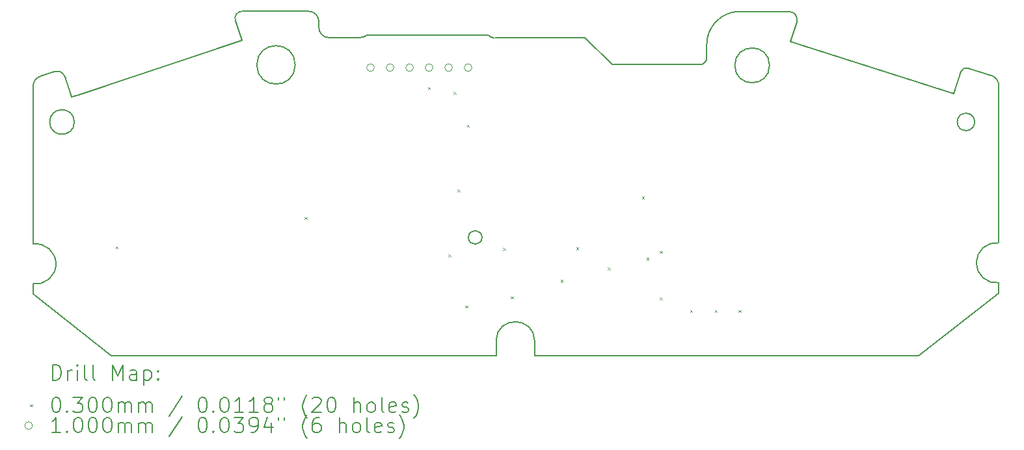
<source format=gbr>
%TF.GenerationSoftware,KiCad,Pcbnew,8.0.9*%
%TF.CreationDate,2025-09-16T20:49:37+09:00*%
%TF.ProjectId,usb_sfc_pad,7573625f-7366-4635-9f70-61642e6b6963,rev?*%
%TF.SameCoordinates,Original*%
%TF.FileFunction,Drillmap*%
%TF.FilePolarity,Positive*%
%FSLAX45Y45*%
G04 Gerber Fmt 4.5, Leading zero omitted, Abs format (unit mm)*
G04 Created by KiCad (PCBNEW 8.0.9) date 2025-09-16 20:49:37*
%MOMM*%
%LPD*%
G01*
G04 APERTURE LIST*
%ADD10C,0.200000*%
%ADD11C,0.050000*%
%ADD12C,0.100000*%
G04 APERTURE END LIST*
D10*
X15166155Y-12552955D02*
G75*
G02*
X15666787Y-12558575I250275J-6465D01*
G01*
X13392241Y-8609462D02*
X12992122Y-8609462D01*
X21708663Y-11801257D02*
G75*
G02*
X21708662Y-11282103I-31583J259577D01*
G01*
X12956271Y-12747936D02*
X14856271Y-12747936D01*
X17907513Y-8870472D02*
G75*
G02*
X17816331Y-8961653I-91183J2D01*
G01*
X17816331Y-8961654D02*
X16674113Y-8961654D01*
X18978236Y-8269557D02*
X18338130Y-8269557D01*
X17907513Y-8700174D02*
G75*
G02*
X18338130Y-8269553I430617J4D01*
G01*
X13489798Y-8574752D02*
G75*
G02*
X13392241Y-8609461I-97558J119752D01*
G01*
X9142289Y-11813560D02*
X9142289Y-11944802D01*
X9421554Y-9052068D02*
X9231940Y-9114902D01*
X12992122Y-8609462D02*
G75*
G02*
X12859578Y-8476923I-2J132542D01*
G01*
X12859583Y-8476923D02*
X12859583Y-8398885D01*
X9142289Y-11297846D02*
G75*
G02*
X9142289Y-11813560I36020J-257857D01*
G01*
X21216225Y-9052481D02*
X21125553Y-9337870D01*
X9737625Y-9353309D02*
X9642500Y-9385000D01*
X11773121Y-8389529D02*
G75*
G02*
X11861629Y-8266892I88509J29379D01*
G01*
X18724928Y-8971095D02*
G75*
G02*
X18272108Y-8971095I-226410J0D01*
G01*
X18272108Y-8971095D02*
G75*
G02*
X18724928Y-8971095I226410J0D01*
G01*
X11773121Y-8389529D02*
X11859256Y-8648994D01*
X21708663Y-11940487D02*
X21708663Y-11801257D01*
X15666791Y-12558575D02*
X15666791Y-12747936D01*
X21393964Y-9707707D02*
G75*
G02*
X21167544Y-9707707I-113210J0D01*
G01*
X21167544Y-9707707D02*
G75*
G02*
X21393964Y-9707707I113210J0D01*
G01*
X14982698Y-11211638D02*
G75*
G02*
X14806068Y-11211638I-88315J0D01*
G01*
X14806068Y-11211638D02*
G75*
G02*
X14982698Y-11211638I88315J0D01*
G01*
X9421554Y-9052068D02*
G75*
G02*
X9554031Y-9118512I33016J-99462D01*
G01*
X9676283Y-9708732D02*
G75*
G02*
X9356283Y-9708732I-160000J0D01*
G01*
X9356283Y-9708732D02*
G75*
G02*
X9676283Y-9708732I160000J0D01*
G01*
X9142289Y-9239125D02*
G75*
G02*
X9231941Y-9114905I130891J-5D01*
G01*
X21216225Y-9052481D02*
G75*
G02*
X21305850Y-9005853I68215J-21669D01*
G01*
X16321176Y-8614729D02*
X15150646Y-8614729D01*
X12551631Y-8964978D02*
G75*
G02*
X12051631Y-8964978I-250000J0D01*
G01*
X12051631Y-8964978D02*
G75*
G02*
X12551631Y-8964978I250000J0D01*
G01*
X15666791Y-12747936D02*
X20666039Y-12747936D01*
X9142289Y-11944802D02*
X10156271Y-12747936D01*
X21708663Y-11282092D02*
X21708663Y-9239664D01*
X15130040Y-8612264D02*
G75*
G02*
X15059998Y-8575002I21250J124404D01*
G01*
X18996614Y-8661480D02*
X19077864Y-8405745D01*
D11*
X15130040Y-8612264D02*
X15150646Y-8614729D01*
D10*
X17907513Y-8700174D02*
X17907513Y-8870472D01*
X16674113Y-8961654D02*
X16321176Y-8614729D01*
X9142289Y-9239125D02*
X9142289Y-11297846D01*
X14856271Y-12747936D02*
X15166155Y-12747936D01*
X15166155Y-12747936D02*
X15166155Y-12552955D01*
X21125553Y-9337870D02*
X18996614Y-8661480D01*
X15060000Y-8575000D02*
X13489798Y-8574752D01*
X11456271Y-12747936D02*
X12956271Y-12747936D01*
X12727589Y-8266890D02*
X11861629Y-8266890D01*
X21606014Y-9099921D02*
G75*
G02*
X21708661Y-9239664I-43794J-139739D01*
G01*
X9642500Y-9385000D02*
X9554034Y-9118511D01*
X10156271Y-12747936D02*
X11456271Y-12747936D01*
X18978237Y-8269557D02*
G75*
G02*
X19077865Y-8405745I3J-104533D01*
G01*
X21606014Y-9099921D02*
X21305851Y-9005851D01*
X12727589Y-8266890D02*
G75*
G02*
X12859580Y-8398885I1J-131990D01*
G01*
X11859256Y-8648994D02*
X9737625Y-9353309D01*
X20666039Y-12747936D02*
X21708663Y-11940487D01*
D12*
X10215000Y-11325000D02*
X10245000Y-11355000D01*
X10245000Y-11325000D02*
X10215000Y-11355000D01*
X12675000Y-10945000D02*
X12705000Y-10975000D01*
X12705000Y-10945000D02*
X12675000Y-10975000D01*
X14279000Y-9251000D02*
X14309000Y-9281000D01*
X14309000Y-9251000D02*
X14279000Y-9281000D01*
X14545000Y-11435000D02*
X14575000Y-11465000D01*
X14575000Y-11435000D02*
X14545000Y-11465000D01*
X14615000Y-9315000D02*
X14645000Y-9345000D01*
X14645000Y-9315000D02*
X14615000Y-9345000D01*
X14665000Y-10585000D02*
X14695000Y-10615000D01*
X14695000Y-10585000D02*
X14665000Y-10615000D01*
X14765000Y-12097500D02*
X14795000Y-12127500D01*
X14795000Y-12097500D02*
X14765000Y-12127500D01*
X14785000Y-9745000D02*
X14815000Y-9775000D01*
X14815000Y-9745000D02*
X14785000Y-9775000D01*
X15255000Y-11346029D02*
X15285000Y-11376029D01*
X15285000Y-11346029D02*
X15255000Y-11376029D01*
X15357500Y-11977500D02*
X15387500Y-12007500D01*
X15387500Y-11977500D02*
X15357500Y-12007500D01*
X16005000Y-11765000D02*
X16035000Y-11795000D01*
X16035000Y-11765000D02*
X16005000Y-11795000D01*
X16210000Y-11340000D02*
X16240000Y-11370000D01*
X16240000Y-11340000D02*
X16210000Y-11370000D01*
X16620000Y-11600000D02*
X16650000Y-11630000D01*
X16650000Y-11600000D02*
X16620000Y-11630000D01*
X17062500Y-10677500D02*
X17092500Y-10707500D01*
X17092500Y-10677500D02*
X17062500Y-10707500D01*
X17125000Y-11475000D02*
X17155000Y-11505000D01*
X17155000Y-11475000D02*
X17125000Y-11505000D01*
X17295000Y-11992500D02*
X17325000Y-12022500D01*
X17325000Y-11992500D02*
X17295000Y-12022500D01*
X17297500Y-11385000D02*
X17327500Y-11415000D01*
X17327500Y-11385000D02*
X17297500Y-11415000D01*
X17692500Y-12157500D02*
X17722500Y-12187500D01*
X17722500Y-12157500D02*
X17692500Y-12187500D01*
X18012500Y-12157500D02*
X18042500Y-12187500D01*
X18042500Y-12157500D02*
X18012500Y-12187500D01*
X18322500Y-12157500D02*
X18352500Y-12187500D01*
X18352500Y-12157500D02*
X18322500Y-12187500D01*
X13582000Y-9000000D02*
G75*
G02*
X13482000Y-9000000I-50000J0D01*
G01*
X13482000Y-9000000D02*
G75*
G02*
X13582000Y-9000000I50000J0D01*
G01*
X13836000Y-9000000D02*
G75*
G02*
X13736000Y-9000000I-50000J0D01*
G01*
X13736000Y-9000000D02*
G75*
G02*
X13836000Y-9000000I50000J0D01*
G01*
X14090000Y-9000000D02*
G75*
G02*
X13990000Y-9000000I-50000J0D01*
G01*
X13990000Y-9000000D02*
G75*
G02*
X14090000Y-9000000I50000J0D01*
G01*
X14344000Y-9000000D02*
G75*
G02*
X14244000Y-9000000I-50000J0D01*
G01*
X14244000Y-9000000D02*
G75*
G02*
X14344000Y-9000000I50000J0D01*
G01*
X14598000Y-9000000D02*
G75*
G02*
X14498000Y-9000000I-50000J0D01*
G01*
X14498000Y-9000000D02*
G75*
G02*
X14598000Y-9000000I50000J0D01*
G01*
X14852000Y-9000000D02*
G75*
G02*
X14752000Y-9000000I-50000J0D01*
G01*
X14752000Y-9000000D02*
G75*
G02*
X14852000Y-9000000I50000J0D01*
G01*
D10*
X9393066Y-13069420D02*
X9393066Y-12869420D01*
X9393066Y-12869420D02*
X9440685Y-12869420D01*
X9440685Y-12869420D02*
X9469256Y-12878944D01*
X9469256Y-12878944D02*
X9488304Y-12897991D01*
X9488304Y-12897991D02*
X9497828Y-12917039D01*
X9497828Y-12917039D02*
X9507352Y-12955134D01*
X9507352Y-12955134D02*
X9507352Y-12983705D01*
X9507352Y-12983705D02*
X9497828Y-13021801D01*
X9497828Y-13021801D02*
X9488304Y-13040848D01*
X9488304Y-13040848D02*
X9469256Y-13059896D01*
X9469256Y-13059896D02*
X9440685Y-13069420D01*
X9440685Y-13069420D02*
X9393066Y-13069420D01*
X9593066Y-13069420D02*
X9593066Y-12936086D01*
X9593066Y-12974182D02*
X9602590Y-12955134D01*
X9602590Y-12955134D02*
X9612113Y-12945610D01*
X9612113Y-12945610D02*
X9631161Y-12936086D01*
X9631161Y-12936086D02*
X9650209Y-12936086D01*
X9716875Y-13069420D02*
X9716875Y-12936086D01*
X9716875Y-12869420D02*
X9707352Y-12878944D01*
X9707352Y-12878944D02*
X9716875Y-12888467D01*
X9716875Y-12888467D02*
X9726399Y-12878944D01*
X9726399Y-12878944D02*
X9716875Y-12869420D01*
X9716875Y-12869420D02*
X9716875Y-12888467D01*
X9840685Y-13069420D02*
X9821637Y-13059896D01*
X9821637Y-13059896D02*
X9812113Y-13040848D01*
X9812113Y-13040848D02*
X9812113Y-12869420D01*
X9945447Y-13069420D02*
X9926399Y-13059896D01*
X9926399Y-13059896D02*
X9916875Y-13040848D01*
X9916875Y-13040848D02*
X9916875Y-12869420D01*
X10174018Y-13069420D02*
X10174018Y-12869420D01*
X10174018Y-12869420D02*
X10240685Y-13012277D01*
X10240685Y-13012277D02*
X10307352Y-12869420D01*
X10307352Y-12869420D02*
X10307352Y-13069420D01*
X10488304Y-13069420D02*
X10488304Y-12964658D01*
X10488304Y-12964658D02*
X10478780Y-12945610D01*
X10478780Y-12945610D02*
X10459733Y-12936086D01*
X10459733Y-12936086D02*
X10421637Y-12936086D01*
X10421637Y-12936086D02*
X10402590Y-12945610D01*
X10488304Y-13059896D02*
X10469256Y-13069420D01*
X10469256Y-13069420D02*
X10421637Y-13069420D01*
X10421637Y-13069420D02*
X10402590Y-13059896D01*
X10402590Y-13059896D02*
X10393066Y-13040848D01*
X10393066Y-13040848D02*
X10393066Y-13021801D01*
X10393066Y-13021801D02*
X10402590Y-13002753D01*
X10402590Y-13002753D02*
X10421637Y-12993229D01*
X10421637Y-12993229D02*
X10469256Y-12993229D01*
X10469256Y-12993229D02*
X10488304Y-12983705D01*
X10583542Y-12936086D02*
X10583542Y-13136086D01*
X10583542Y-12945610D02*
X10602590Y-12936086D01*
X10602590Y-12936086D02*
X10640685Y-12936086D01*
X10640685Y-12936086D02*
X10659733Y-12945610D01*
X10659733Y-12945610D02*
X10669256Y-12955134D01*
X10669256Y-12955134D02*
X10678780Y-12974182D01*
X10678780Y-12974182D02*
X10678780Y-13031324D01*
X10678780Y-13031324D02*
X10669256Y-13050372D01*
X10669256Y-13050372D02*
X10659733Y-13059896D01*
X10659733Y-13059896D02*
X10640685Y-13069420D01*
X10640685Y-13069420D02*
X10602590Y-13069420D01*
X10602590Y-13069420D02*
X10583542Y-13059896D01*
X10764494Y-13050372D02*
X10774018Y-13059896D01*
X10774018Y-13059896D02*
X10764494Y-13069420D01*
X10764494Y-13069420D02*
X10754971Y-13059896D01*
X10754971Y-13059896D02*
X10764494Y-13050372D01*
X10764494Y-13050372D02*
X10764494Y-13069420D01*
X10764494Y-12945610D02*
X10774018Y-12955134D01*
X10774018Y-12955134D02*
X10764494Y-12964658D01*
X10764494Y-12964658D02*
X10754971Y-12955134D01*
X10754971Y-12955134D02*
X10764494Y-12945610D01*
X10764494Y-12945610D02*
X10764494Y-12964658D01*
D12*
X9102289Y-13382936D02*
X9132289Y-13412936D01*
X9132289Y-13382936D02*
X9102289Y-13412936D01*
D10*
X9431161Y-13289420D02*
X9450209Y-13289420D01*
X9450209Y-13289420D02*
X9469256Y-13298944D01*
X9469256Y-13298944D02*
X9478780Y-13308467D01*
X9478780Y-13308467D02*
X9488304Y-13327515D01*
X9488304Y-13327515D02*
X9497828Y-13365610D01*
X9497828Y-13365610D02*
X9497828Y-13413229D01*
X9497828Y-13413229D02*
X9488304Y-13451324D01*
X9488304Y-13451324D02*
X9478780Y-13470372D01*
X9478780Y-13470372D02*
X9469256Y-13479896D01*
X9469256Y-13479896D02*
X9450209Y-13489420D01*
X9450209Y-13489420D02*
X9431161Y-13489420D01*
X9431161Y-13489420D02*
X9412113Y-13479896D01*
X9412113Y-13479896D02*
X9402590Y-13470372D01*
X9402590Y-13470372D02*
X9393066Y-13451324D01*
X9393066Y-13451324D02*
X9383542Y-13413229D01*
X9383542Y-13413229D02*
X9383542Y-13365610D01*
X9383542Y-13365610D02*
X9393066Y-13327515D01*
X9393066Y-13327515D02*
X9402590Y-13308467D01*
X9402590Y-13308467D02*
X9412113Y-13298944D01*
X9412113Y-13298944D02*
X9431161Y-13289420D01*
X9583542Y-13470372D02*
X9593066Y-13479896D01*
X9593066Y-13479896D02*
X9583542Y-13489420D01*
X9583542Y-13489420D02*
X9574018Y-13479896D01*
X9574018Y-13479896D02*
X9583542Y-13470372D01*
X9583542Y-13470372D02*
X9583542Y-13489420D01*
X9659733Y-13289420D02*
X9783542Y-13289420D01*
X9783542Y-13289420D02*
X9716875Y-13365610D01*
X9716875Y-13365610D02*
X9745447Y-13365610D01*
X9745447Y-13365610D02*
X9764494Y-13375134D01*
X9764494Y-13375134D02*
X9774018Y-13384658D01*
X9774018Y-13384658D02*
X9783542Y-13403705D01*
X9783542Y-13403705D02*
X9783542Y-13451324D01*
X9783542Y-13451324D02*
X9774018Y-13470372D01*
X9774018Y-13470372D02*
X9764494Y-13479896D01*
X9764494Y-13479896D02*
X9745447Y-13489420D01*
X9745447Y-13489420D02*
X9688304Y-13489420D01*
X9688304Y-13489420D02*
X9669256Y-13479896D01*
X9669256Y-13479896D02*
X9659733Y-13470372D01*
X9907352Y-13289420D02*
X9926399Y-13289420D01*
X9926399Y-13289420D02*
X9945447Y-13298944D01*
X9945447Y-13298944D02*
X9954971Y-13308467D01*
X9954971Y-13308467D02*
X9964494Y-13327515D01*
X9964494Y-13327515D02*
X9974018Y-13365610D01*
X9974018Y-13365610D02*
X9974018Y-13413229D01*
X9974018Y-13413229D02*
X9964494Y-13451324D01*
X9964494Y-13451324D02*
X9954971Y-13470372D01*
X9954971Y-13470372D02*
X9945447Y-13479896D01*
X9945447Y-13479896D02*
X9926399Y-13489420D01*
X9926399Y-13489420D02*
X9907352Y-13489420D01*
X9907352Y-13489420D02*
X9888304Y-13479896D01*
X9888304Y-13479896D02*
X9878780Y-13470372D01*
X9878780Y-13470372D02*
X9869256Y-13451324D01*
X9869256Y-13451324D02*
X9859733Y-13413229D01*
X9859733Y-13413229D02*
X9859733Y-13365610D01*
X9859733Y-13365610D02*
X9869256Y-13327515D01*
X9869256Y-13327515D02*
X9878780Y-13308467D01*
X9878780Y-13308467D02*
X9888304Y-13298944D01*
X9888304Y-13298944D02*
X9907352Y-13289420D01*
X10097828Y-13289420D02*
X10116875Y-13289420D01*
X10116875Y-13289420D02*
X10135923Y-13298944D01*
X10135923Y-13298944D02*
X10145447Y-13308467D01*
X10145447Y-13308467D02*
X10154971Y-13327515D01*
X10154971Y-13327515D02*
X10164494Y-13365610D01*
X10164494Y-13365610D02*
X10164494Y-13413229D01*
X10164494Y-13413229D02*
X10154971Y-13451324D01*
X10154971Y-13451324D02*
X10145447Y-13470372D01*
X10145447Y-13470372D02*
X10135923Y-13479896D01*
X10135923Y-13479896D02*
X10116875Y-13489420D01*
X10116875Y-13489420D02*
X10097828Y-13489420D01*
X10097828Y-13489420D02*
X10078780Y-13479896D01*
X10078780Y-13479896D02*
X10069256Y-13470372D01*
X10069256Y-13470372D02*
X10059733Y-13451324D01*
X10059733Y-13451324D02*
X10050209Y-13413229D01*
X10050209Y-13413229D02*
X10050209Y-13365610D01*
X10050209Y-13365610D02*
X10059733Y-13327515D01*
X10059733Y-13327515D02*
X10069256Y-13308467D01*
X10069256Y-13308467D02*
X10078780Y-13298944D01*
X10078780Y-13298944D02*
X10097828Y-13289420D01*
X10250209Y-13489420D02*
X10250209Y-13356086D01*
X10250209Y-13375134D02*
X10259733Y-13365610D01*
X10259733Y-13365610D02*
X10278780Y-13356086D01*
X10278780Y-13356086D02*
X10307352Y-13356086D01*
X10307352Y-13356086D02*
X10326399Y-13365610D01*
X10326399Y-13365610D02*
X10335923Y-13384658D01*
X10335923Y-13384658D02*
X10335923Y-13489420D01*
X10335923Y-13384658D02*
X10345447Y-13365610D01*
X10345447Y-13365610D02*
X10364494Y-13356086D01*
X10364494Y-13356086D02*
X10393066Y-13356086D01*
X10393066Y-13356086D02*
X10412114Y-13365610D01*
X10412114Y-13365610D02*
X10421637Y-13384658D01*
X10421637Y-13384658D02*
X10421637Y-13489420D01*
X10516875Y-13489420D02*
X10516875Y-13356086D01*
X10516875Y-13375134D02*
X10526399Y-13365610D01*
X10526399Y-13365610D02*
X10545447Y-13356086D01*
X10545447Y-13356086D02*
X10574018Y-13356086D01*
X10574018Y-13356086D02*
X10593066Y-13365610D01*
X10593066Y-13365610D02*
X10602590Y-13384658D01*
X10602590Y-13384658D02*
X10602590Y-13489420D01*
X10602590Y-13384658D02*
X10612114Y-13365610D01*
X10612114Y-13365610D02*
X10631161Y-13356086D01*
X10631161Y-13356086D02*
X10659733Y-13356086D01*
X10659733Y-13356086D02*
X10678780Y-13365610D01*
X10678780Y-13365610D02*
X10688304Y-13384658D01*
X10688304Y-13384658D02*
X10688304Y-13489420D01*
X11078780Y-13279896D02*
X10907352Y-13537039D01*
X11335923Y-13289420D02*
X11354971Y-13289420D01*
X11354971Y-13289420D02*
X11374018Y-13298944D01*
X11374018Y-13298944D02*
X11383542Y-13308467D01*
X11383542Y-13308467D02*
X11393066Y-13327515D01*
X11393066Y-13327515D02*
X11402590Y-13365610D01*
X11402590Y-13365610D02*
X11402590Y-13413229D01*
X11402590Y-13413229D02*
X11393066Y-13451324D01*
X11393066Y-13451324D02*
X11383542Y-13470372D01*
X11383542Y-13470372D02*
X11374018Y-13479896D01*
X11374018Y-13479896D02*
X11354971Y-13489420D01*
X11354971Y-13489420D02*
X11335923Y-13489420D01*
X11335923Y-13489420D02*
X11316875Y-13479896D01*
X11316875Y-13479896D02*
X11307352Y-13470372D01*
X11307352Y-13470372D02*
X11297828Y-13451324D01*
X11297828Y-13451324D02*
X11288304Y-13413229D01*
X11288304Y-13413229D02*
X11288304Y-13365610D01*
X11288304Y-13365610D02*
X11297828Y-13327515D01*
X11297828Y-13327515D02*
X11307352Y-13308467D01*
X11307352Y-13308467D02*
X11316875Y-13298944D01*
X11316875Y-13298944D02*
X11335923Y-13289420D01*
X11488304Y-13470372D02*
X11497828Y-13479896D01*
X11497828Y-13479896D02*
X11488304Y-13489420D01*
X11488304Y-13489420D02*
X11478780Y-13479896D01*
X11478780Y-13479896D02*
X11488304Y-13470372D01*
X11488304Y-13470372D02*
X11488304Y-13489420D01*
X11621637Y-13289420D02*
X11640685Y-13289420D01*
X11640685Y-13289420D02*
X11659733Y-13298944D01*
X11659733Y-13298944D02*
X11669256Y-13308467D01*
X11669256Y-13308467D02*
X11678780Y-13327515D01*
X11678780Y-13327515D02*
X11688304Y-13365610D01*
X11688304Y-13365610D02*
X11688304Y-13413229D01*
X11688304Y-13413229D02*
X11678780Y-13451324D01*
X11678780Y-13451324D02*
X11669256Y-13470372D01*
X11669256Y-13470372D02*
X11659733Y-13479896D01*
X11659733Y-13479896D02*
X11640685Y-13489420D01*
X11640685Y-13489420D02*
X11621637Y-13489420D01*
X11621637Y-13489420D02*
X11602590Y-13479896D01*
X11602590Y-13479896D02*
X11593066Y-13470372D01*
X11593066Y-13470372D02*
X11583542Y-13451324D01*
X11583542Y-13451324D02*
X11574018Y-13413229D01*
X11574018Y-13413229D02*
X11574018Y-13365610D01*
X11574018Y-13365610D02*
X11583542Y-13327515D01*
X11583542Y-13327515D02*
X11593066Y-13308467D01*
X11593066Y-13308467D02*
X11602590Y-13298944D01*
X11602590Y-13298944D02*
X11621637Y-13289420D01*
X11878780Y-13489420D02*
X11764495Y-13489420D01*
X11821637Y-13489420D02*
X11821637Y-13289420D01*
X11821637Y-13289420D02*
X11802590Y-13317991D01*
X11802590Y-13317991D02*
X11783542Y-13337039D01*
X11783542Y-13337039D02*
X11764495Y-13346563D01*
X12069256Y-13489420D02*
X11954971Y-13489420D01*
X12012114Y-13489420D02*
X12012114Y-13289420D01*
X12012114Y-13289420D02*
X11993066Y-13317991D01*
X11993066Y-13317991D02*
X11974018Y-13337039D01*
X11974018Y-13337039D02*
X11954971Y-13346563D01*
X12183542Y-13375134D02*
X12164495Y-13365610D01*
X12164495Y-13365610D02*
X12154971Y-13356086D01*
X12154971Y-13356086D02*
X12145447Y-13337039D01*
X12145447Y-13337039D02*
X12145447Y-13327515D01*
X12145447Y-13327515D02*
X12154971Y-13308467D01*
X12154971Y-13308467D02*
X12164495Y-13298944D01*
X12164495Y-13298944D02*
X12183542Y-13289420D01*
X12183542Y-13289420D02*
X12221637Y-13289420D01*
X12221637Y-13289420D02*
X12240685Y-13298944D01*
X12240685Y-13298944D02*
X12250209Y-13308467D01*
X12250209Y-13308467D02*
X12259733Y-13327515D01*
X12259733Y-13327515D02*
X12259733Y-13337039D01*
X12259733Y-13337039D02*
X12250209Y-13356086D01*
X12250209Y-13356086D02*
X12240685Y-13365610D01*
X12240685Y-13365610D02*
X12221637Y-13375134D01*
X12221637Y-13375134D02*
X12183542Y-13375134D01*
X12183542Y-13375134D02*
X12164495Y-13384658D01*
X12164495Y-13384658D02*
X12154971Y-13394182D01*
X12154971Y-13394182D02*
X12145447Y-13413229D01*
X12145447Y-13413229D02*
X12145447Y-13451324D01*
X12145447Y-13451324D02*
X12154971Y-13470372D01*
X12154971Y-13470372D02*
X12164495Y-13479896D01*
X12164495Y-13479896D02*
X12183542Y-13489420D01*
X12183542Y-13489420D02*
X12221637Y-13489420D01*
X12221637Y-13489420D02*
X12240685Y-13479896D01*
X12240685Y-13479896D02*
X12250209Y-13470372D01*
X12250209Y-13470372D02*
X12259733Y-13451324D01*
X12259733Y-13451324D02*
X12259733Y-13413229D01*
X12259733Y-13413229D02*
X12250209Y-13394182D01*
X12250209Y-13394182D02*
X12240685Y-13384658D01*
X12240685Y-13384658D02*
X12221637Y-13375134D01*
X12335923Y-13289420D02*
X12335923Y-13327515D01*
X12412114Y-13289420D02*
X12412114Y-13327515D01*
X12707352Y-13565610D02*
X12697828Y-13556086D01*
X12697828Y-13556086D02*
X12678780Y-13527515D01*
X12678780Y-13527515D02*
X12669257Y-13508467D01*
X12669257Y-13508467D02*
X12659733Y-13479896D01*
X12659733Y-13479896D02*
X12650209Y-13432277D01*
X12650209Y-13432277D02*
X12650209Y-13394182D01*
X12650209Y-13394182D02*
X12659733Y-13346563D01*
X12659733Y-13346563D02*
X12669257Y-13317991D01*
X12669257Y-13317991D02*
X12678780Y-13298944D01*
X12678780Y-13298944D02*
X12697828Y-13270372D01*
X12697828Y-13270372D02*
X12707352Y-13260848D01*
X12774018Y-13308467D02*
X12783542Y-13298944D01*
X12783542Y-13298944D02*
X12802590Y-13289420D01*
X12802590Y-13289420D02*
X12850209Y-13289420D01*
X12850209Y-13289420D02*
X12869257Y-13298944D01*
X12869257Y-13298944D02*
X12878780Y-13308467D01*
X12878780Y-13308467D02*
X12888304Y-13327515D01*
X12888304Y-13327515D02*
X12888304Y-13346563D01*
X12888304Y-13346563D02*
X12878780Y-13375134D01*
X12878780Y-13375134D02*
X12764495Y-13489420D01*
X12764495Y-13489420D02*
X12888304Y-13489420D01*
X13012114Y-13289420D02*
X13031161Y-13289420D01*
X13031161Y-13289420D02*
X13050209Y-13298944D01*
X13050209Y-13298944D02*
X13059733Y-13308467D01*
X13059733Y-13308467D02*
X13069257Y-13327515D01*
X13069257Y-13327515D02*
X13078780Y-13365610D01*
X13078780Y-13365610D02*
X13078780Y-13413229D01*
X13078780Y-13413229D02*
X13069257Y-13451324D01*
X13069257Y-13451324D02*
X13059733Y-13470372D01*
X13059733Y-13470372D02*
X13050209Y-13479896D01*
X13050209Y-13479896D02*
X13031161Y-13489420D01*
X13031161Y-13489420D02*
X13012114Y-13489420D01*
X13012114Y-13489420D02*
X12993066Y-13479896D01*
X12993066Y-13479896D02*
X12983542Y-13470372D01*
X12983542Y-13470372D02*
X12974018Y-13451324D01*
X12974018Y-13451324D02*
X12964495Y-13413229D01*
X12964495Y-13413229D02*
X12964495Y-13365610D01*
X12964495Y-13365610D02*
X12974018Y-13327515D01*
X12974018Y-13327515D02*
X12983542Y-13308467D01*
X12983542Y-13308467D02*
X12993066Y-13298944D01*
X12993066Y-13298944D02*
X13012114Y-13289420D01*
X13316876Y-13489420D02*
X13316876Y-13289420D01*
X13402590Y-13489420D02*
X13402590Y-13384658D01*
X13402590Y-13384658D02*
X13393066Y-13365610D01*
X13393066Y-13365610D02*
X13374019Y-13356086D01*
X13374019Y-13356086D02*
X13345447Y-13356086D01*
X13345447Y-13356086D02*
X13326399Y-13365610D01*
X13326399Y-13365610D02*
X13316876Y-13375134D01*
X13526399Y-13489420D02*
X13507352Y-13479896D01*
X13507352Y-13479896D02*
X13497828Y-13470372D01*
X13497828Y-13470372D02*
X13488304Y-13451324D01*
X13488304Y-13451324D02*
X13488304Y-13394182D01*
X13488304Y-13394182D02*
X13497828Y-13375134D01*
X13497828Y-13375134D02*
X13507352Y-13365610D01*
X13507352Y-13365610D02*
X13526399Y-13356086D01*
X13526399Y-13356086D02*
X13554971Y-13356086D01*
X13554971Y-13356086D02*
X13574019Y-13365610D01*
X13574019Y-13365610D02*
X13583542Y-13375134D01*
X13583542Y-13375134D02*
X13593066Y-13394182D01*
X13593066Y-13394182D02*
X13593066Y-13451324D01*
X13593066Y-13451324D02*
X13583542Y-13470372D01*
X13583542Y-13470372D02*
X13574019Y-13479896D01*
X13574019Y-13479896D02*
X13554971Y-13489420D01*
X13554971Y-13489420D02*
X13526399Y-13489420D01*
X13707352Y-13489420D02*
X13688304Y-13479896D01*
X13688304Y-13479896D02*
X13678780Y-13460848D01*
X13678780Y-13460848D02*
X13678780Y-13289420D01*
X13859733Y-13479896D02*
X13840685Y-13489420D01*
X13840685Y-13489420D02*
X13802590Y-13489420D01*
X13802590Y-13489420D02*
X13783542Y-13479896D01*
X13783542Y-13479896D02*
X13774019Y-13460848D01*
X13774019Y-13460848D02*
X13774019Y-13384658D01*
X13774019Y-13384658D02*
X13783542Y-13365610D01*
X13783542Y-13365610D02*
X13802590Y-13356086D01*
X13802590Y-13356086D02*
X13840685Y-13356086D01*
X13840685Y-13356086D02*
X13859733Y-13365610D01*
X13859733Y-13365610D02*
X13869257Y-13384658D01*
X13869257Y-13384658D02*
X13869257Y-13403705D01*
X13869257Y-13403705D02*
X13774019Y-13422753D01*
X13945447Y-13479896D02*
X13964495Y-13489420D01*
X13964495Y-13489420D02*
X14002590Y-13489420D01*
X14002590Y-13489420D02*
X14021638Y-13479896D01*
X14021638Y-13479896D02*
X14031161Y-13460848D01*
X14031161Y-13460848D02*
X14031161Y-13451324D01*
X14031161Y-13451324D02*
X14021638Y-13432277D01*
X14021638Y-13432277D02*
X14002590Y-13422753D01*
X14002590Y-13422753D02*
X13974019Y-13422753D01*
X13974019Y-13422753D02*
X13954971Y-13413229D01*
X13954971Y-13413229D02*
X13945447Y-13394182D01*
X13945447Y-13394182D02*
X13945447Y-13384658D01*
X13945447Y-13384658D02*
X13954971Y-13365610D01*
X13954971Y-13365610D02*
X13974019Y-13356086D01*
X13974019Y-13356086D02*
X14002590Y-13356086D01*
X14002590Y-13356086D02*
X14021638Y-13365610D01*
X14097828Y-13565610D02*
X14107352Y-13556086D01*
X14107352Y-13556086D02*
X14126400Y-13527515D01*
X14126400Y-13527515D02*
X14135923Y-13508467D01*
X14135923Y-13508467D02*
X14145447Y-13479896D01*
X14145447Y-13479896D02*
X14154971Y-13432277D01*
X14154971Y-13432277D02*
X14154971Y-13394182D01*
X14154971Y-13394182D02*
X14145447Y-13346563D01*
X14145447Y-13346563D02*
X14135923Y-13317991D01*
X14135923Y-13317991D02*
X14126400Y-13298944D01*
X14126400Y-13298944D02*
X14107352Y-13270372D01*
X14107352Y-13270372D02*
X14097828Y-13260848D01*
D12*
X9132289Y-13661936D02*
G75*
G02*
X9032289Y-13661936I-50000J0D01*
G01*
X9032289Y-13661936D02*
G75*
G02*
X9132289Y-13661936I50000J0D01*
G01*
D10*
X9497828Y-13753420D02*
X9383542Y-13753420D01*
X9440685Y-13753420D02*
X9440685Y-13553420D01*
X9440685Y-13553420D02*
X9421637Y-13581991D01*
X9421637Y-13581991D02*
X9402590Y-13601039D01*
X9402590Y-13601039D02*
X9383542Y-13610563D01*
X9583542Y-13734372D02*
X9593066Y-13743896D01*
X9593066Y-13743896D02*
X9583542Y-13753420D01*
X9583542Y-13753420D02*
X9574018Y-13743896D01*
X9574018Y-13743896D02*
X9583542Y-13734372D01*
X9583542Y-13734372D02*
X9583542Y-13753420D01*
X9716875Y-13553420D02*
X9735923Y-13553420D01*
X9735923Y-13553420D02*
X9754971Y-13562944D01*
X9754971Y-13562944D02*
X9764494Y-13572467D01*
X9764494Y-13572467D02*
X9774018Y-13591515D01*
X9774018Y-13591515D02*
X9783542Y-13629610D01*
X9783542Y-13629610D02*
X9783542Y-13677229D01*
X9783542Y-13677229D02*
X9774018Y-13715324D01*
X9774018Y-13715324D02*
X9764494Y-13734372D01*
X9764494Y-13734372D02*
X9754971Y-13743896D01*
X9754971Y-13743896D02*
X9735923Y-13753420D01*
X9735923Y-13753420D02*
X9716875Y-13753420D01*
X9716875Y-13753420D02*
X9697828Y-13743896D01*
X9697828Y-13743896D02*
X9688304Y-13734372D01*
X9688304Y-13734372D02*
X9678780Y-13715324D01*
X9678780Y-13715324D02*
X9669256Y-13677229D01*
X9669256Y-13677229D02*
X9669256Y-13629610D01*
X9669256Y-13629610D02*
X9678780Y-13591515D01*
X9678780Y-13591515D02*
X9688304Y-13572467D01*
X9688304Y-13572467D02*
X9697828Y-13562944D01*
X9697828Y-13562944D02*
X9716875Y-13553420D01*
X9907352Y-13553420D02*
X9926399Y-13553420D01*
X9926399Y-13553420D02*
X9945447Y-13562944D01*
X9945447Y-13562944D02*
X9954971Y-13572467D01*
X9954971Y-13572467D02*
X9964494Y-13591515D01*
X9964494Y-13591515D02*
X9974018Y-13629610D01*
X9974018Y-13629610D02*
X9974018Y-13677229D01*
X9974018Y-13677229D02*
X9964494Y-13715324D01*
X9964494Y-13715324D02*
X9954971Y-13734372D01*
X9954971Y-13734372D02*
X9945447Y-13743896D01*
X9945447Y-13743896D02*
X9926399Y-13753420D01*
X9926399Y-13753420D02*
X9907352Y-13753420D01*
X9907352Y-13753420D02*
X9888304Y-13743896D01*
X9888304Y-13743896D02*
X9878780Y-13734372D01*
X9878780Y-13734372D02*
X9869256Y-13715324D01*
X9869256Y-13715324D02*
X9859733Y-13677229D01*
X9859733Y-13677229D02*
X9859733Y-13629610D01*
X9859733Y-13629610D02*
X9869256Y-13591515D01*
X9869256Y-13591515D02*
X9878780Y-13572467D01*
X9878780Y-13572467D02*
X9888304Y-13562944D01*
X9888304Y-13562944D02*
X9907352Y-13553420D01*
X10097828Y-13553420D02*
X10116875Y-13553420D01*
X10116875Y-13553420D02*
X10135923Y-13562944D01*
X10135923Y-13562944D02*
X10145447Y-13572467D01*
X10145447Y-13572467D02*
X10154971Y-13591515D01*
X10154971Y-13591515D02*
X10164494Y-13629610D01*
X10164494Y-13629610D02*
X10164494Y-13677229D01*
X10164494Y-13677229D02*
X10154971Y-13715324D01*
X10154971Y-13715324D02*
X10145447Y-13734372D01*
X10145447Y-13734372D02*
X10135923Y-13743896D01*
X10135923Y-13743896D02*
X10116875Y-13753420D01*
X10116875Y-13753420D02*
X10097828Y-13753420D01*
X10097828Y-13753420D02*
X10078780Y-13743896D01*
X10078780Y-13743896D02*
X10069256Y-13734372D01*
X10069256Y-13734372D02*
X10059733Y-13715324D01*
X10059733Y-13715324D02*
X10050209Y-13677229D01*
X10050209Y-13677229D02*
X10050209Y-13629610D01*
X10050209Y-13629610D02*
X10059733Y-13591515D01*
X10059733Y-13591515D02*
X10069256Y-13572467D01*
X10069256Y-13572467D02*
X10078780Y-13562944D01*
X10078780Y-13562944D02*
X10097828Y-13553420D01*
X10250209Y-13753420D02*
X10250209Y-13620086D01*
X10250209Y-13639134D02*
X10259733Y-13629610D01*
X10259733Y-13629610D02*
X10278780Y-13620086D01*
X10278780Y-13620086D02*
X10307352Y-13620086D01*
X10307352Y-13620086D02*
X10326399Y-13629610D01*
X10326399Y-13629610D02*
X10335923Y-13648658D01*
X10335923Y-13648658D02*
X10335923Y-13753420D01*
X10335923Y-13648658D02*
X10345447Y-13629610D01*
X10345447Y-13629610D02*
X10364494Y-13620086D01*
X10364494Y-13620086D02*
X10393066Y-13620086D01*
X10393066Y-13620086D02*
X10412114Y-13629610D01*
X10412114Y-13629610D02*
X10421637Y-13648658D01*
X10421637Y-13648658D02*
X10421637Y-13753420D01*
X10516875Y-13753420D02*
X10516875Y-13620086D01*
X10516875Y-13639134D02*
X10526399Y-13629610D01*
X10526399Y-13629610D02*
X10545447Y-13620086D01*
X10545447Y-13620086D02*
X10574018Y-13620086D01*
X10574018Y-13620086D02*
X10593066Y-13629610D01*
X10593066Y-13629610D02*
X10602590Y-13648658D01*
X10602590Y-13648658D02*
X10602590Y-13753420D01*
X10602590Y-13648658D02*
X10612114Y-13629610D01*
X10612114Y-13629610D02*
X10631161Y-13620086D01*
X10631161Y-13620086D02*
X10659733Y-13620086D01*
X10659733Y-13620086D02*
X10678780Y-13629610D01*
X10678780Y-13629610D02*
X10688304Y-13648658D01*
X10688304Y-13648658D02*
X10688304Y-13753420D01*
X11078780Y-13543896D02*
X10907352Y-13801039D01*
X11335923Y-13553420D02*
X11354971Y-13553420D01*
X11354971Y-13553420D02*
X11374018Y-13562944D01*
X11374018Y-13562944D02*
X11383542Y-13572467D01*
X11383542Y-13572467D02*
X11393066Y-13591515D01*
X11393066Y-13591515D02*
X11402590Y-13629610D01*
X11402590Y-13629610D02*
X11402590Y-13677229D01*
X11402590Y-13677229D02*
X11393066Y-13715324D01*
X11393066Y-13715324D02*
X11383542Y-13734372D01*
X11383542Y-13734372D02*
X11374018Y-13743896D01*
X11374018Y-13743896D02*
X11354971Y-13753420D01*
X11354971Y-13753420D02*
X11335923Y-13753420D01*
X11335923Y-13753420D02*
X11316875Y-13743896D01*
X11316875Y-13743896D02*
X11307352Y-13734372D01*
X11307352Y-13734372D02*
X11297828Y-13715324D01*
X11297828Y-13715324D02*
X11288304Y-13677229D01*
X11288304Y-13677229D02*
X11288304Y-13629610D01*
X11288304Y-13629610D02*
X11297828Y-13591515D01*
X11297828Y-13591515D02*
X11307352Y-13572467D01*
X11307352Y-13572467D02*
X11316875Y-13562944D01*
X11316875Y-13562944D02*
X11335923Y-13553420D01*
X11488304Y-13734372D02*
X11497828Y-13743896D01*
X11497828Y-13743896D02*
X11488304Y-13753420D01*
X11488304Y-13753420D02*
X11478780Y-13743896D01*
X11478780Y-13743896D02*
X11488304Y-13734372D01*
X11488304Y-13734372D02*
X11488304Y-13753420D01*
X11621637Y-13553420D02*
X11640685Y-13553420D01*
X11640685Y-13553420D02*
X11659733Y-13562944D01*
X11659733Y-13562944D02*
X11669256Y-13572467D01*
X11669256Y-13572467D02*
X11678780Y-13591515D01*
X11678780Y-13591515D02*
X11688304Y-13629610D01*
X11688304Y-13629610D02*
X11688304Y-13677229D01*
X11688304Y-13677229D02*
X11678780Y-13715324D01*
X11678780Y-13715324D02*
X11669256Y-13734372D01*
X11669256Y-13734372D02*
X11659733Y-13743896D01*
X11659733Y-13743896D02*
X11640685Y-13753420D01*
X11640685Y-13753420D02*
X11621637Y-13753420D01*
X11621637Y-13753420D02*
X11602590Y-13743896D01*
X11602590Y-13743896D02*
X11593066Y-13734372D01*
X11593066Y-13734372D02*
X11583542Y-13715324D01*
X11583542Y-13715324D02*
X11574018Y-13677229D01*
X11574018Y-13677229D02*
X11574018Y-13629610D01*
X11574018Y-13629610D02*
X11583542Y-13591515D01*
X11583542Y-13591515D02*
X11593066Y-13572467D01*
X11593066Y-13572467D02*
X11602590Y-13562944D01*
X11602590Y-13562944D02*
X11621637Y-13553420D01*
X11754971Y-13553420D02*
X11878780Y-13553420D01*
X11878780Y-13553420D02*
X11812114Y-13629610D01*
X11812114Y-13629610D02*
X11840685Y-13629610D01*
X11840685Y-13629610D02*
X11859733Y-13639134D01*
X11859733Y-13639134D02*
X11869256Y-13648658D01*
X11869256Y-13648658D02*
X11878780Y-13667705D01*
X11878780Y-13667705D02*
X11878780Y-13715324D01*
X11878780Y-13715324D02*
X11869256Y-13734372D01*
X11869256Y-13734372D02*
X11859733Y-13743896D01*
X11859733Y-13743896D02*
X11840685Y-13753420D01*
X11840685Y-13753420D02*
X11783542Y-13753420D01*
X11783542Y-13753420D02*
X11764495Y-13743896D01*
X11764495Y-13743896D02*
X11754971Y-13734372D01*
X11974018Y-13753420D02*
X12012114Y-13753420D01*
X12012114Y-13753420D02*
X12031161Y-13743896D01*
X12031161Y-13743896D02*
X12040685Y-13734372D01*
X12040685Y-13734372D02*
X12059733Y-13705801D01*
X12059733Y-13705801D02*
X12069256Y-13667705D01*
X12069256Y-13667705D02*
X12069256Y-13591515D01*
X12069256Y-13591515D02*
X12059733Y-13572467D01*
X12059733Y-13572467D02*
X12050209Y-13562944D01*
X12050209Y-13562944D02*
X12031161Y-13553420D01*
X12031161Y-13553420D02*
X11993066Y-13553420D01*
X11993066Y-13553420D02*
X11974018Y-13562944D01*
X11974018Y-13562944D02*
X11964495Y-13572467D01*
X11964495Y-13572467D02*
X11954971Y-13591515D01*
X11954971Y-13591515D02*
X11954971Y-13639134D01*
X11954971Y-13639134D02*
X11964495Y-13658182D01*
X11964495Y-13658182D02*
X11974018Y-13667705D01*
X11974018Y-13667705D02*
X11993066Y-13677229D01*
X11993066Y-13677229D02*
X12031161Y-13677229D01*
X12031161Y-13677229D02*
X12050209Y-13667705D01*
X12050209Y-13667705D02*
X12059733Y-13658182D01*
X12059733Y-13658182D02*
X12069256Y-13639134D01*
X12240685Y-13620086D02*
X12240685Y-13753420D01*
X12193066Y-13543896D02*
X12145447Y-13686753D01*
X12145447Y-13686753D02*
X12269256Y-13686753D01*
X12335923Y-13553420D02*
X12335923Y-13591515D01*
X12412114Y-13553420D02*
X12412114Y-13591515D01*
X12707352Y-13829610D02*
X12697828Y-13820086D01*
X12697828Y-13820086D02*
X12678780Y-13791515D01*
X12678780Y-13791515D02*
X12669257Y-13772467D01*
X12669257Y-13772467D02*
X12659733Y-13743896D01*
X12659733Y-13743896D02*
X12650209Y-13696277D01*
X12650209Y-13696277D02*
X12650209Y-13658182D01*
X12650209Y-13658182D02*
X12659733Y-13610563D01*
X12659733Y-13610563D02*
X12669257Y-13581991D01*
X12669257Y-13581991D02*
X12678780Y-13562944D01*
X12678780Y-13562944D02*
X12697828Y-13534372D01*
X12697828Y-13534372D02*
X12707352Y-13524848D01*
X12869257Y-13553420D02*
X12831161Y-13553420D01*
X12831161Y-13553420D02*
X12812114Y-13562944D01*
X12812114Y-13562944D02*
X12802590Y-13572467D01*
X12802590Y-13572467D02*
X12783542Y-13601039D01*
X12783542Y-13601039D02*
X12774018Y-13639134D01*
X12774018Y-13639134D02*
X12774018Y-13715324D01*
X12774018Y-13715324D02*
X12783542Y-13734372D01*
X12783542Y-13734372D02*
X12793066Y-13743896D01*
X12793066Y-13743896D02*
X12812114Y-13753420D01*
X12812114Y-13753420D02*
X12850209Y-13753420D01*
X12850209Y-13753420D02*
X12869257Y-13743896D01*
X12869257Y-13743896D02*
X12878780Y-13734372D01*
X12878780Y-13734372D02*
X12888304Y-13715324D01*
X12888304Y-13715324D02*
X12888304Y-13667705D01*
X12888304Y-13667705D02*
X12878780Y-13648658D01*
X12878780Y-13648658D02*
X12869257Y-13639134D01*
X12869257Y-13639134D02*
X12850209Y-13629610D01*
X12850209Y-13629610D02*
X12812114Y-13629610D01*
X12812114Y-13629610D02*
X12793066Y-13639134D01*
X12793066Y-13639134D02*
X12783542Y-13648658D01*
X12783542Y-13648658D02*
X12774018Y-13667705D01*
X13126399Y-13753420D02*
X13126399Y-13553420D01*
X13212114Y-13753420D02*
X13212114Y-13648658D01*
X13212114Y-13648658D02*
X13202590Y-13629610D01*
X13202590Y-13629610D02*
X13183542Y-13620086D01*
X13183542Y-13620086D02*
X13154971Y-13620086D01*
X13154971Y-13620086D02*
X13135923Y-13629610D01*
X13135923Y-13629610D02*
X13126399Y-13639134D01*
X13335923Y-13753420D02*
X13316876Y-13743896D01*
X13316876Y-13743896D02*
X13307352Y-13734372D01*
X13307352Y-13734372D02*
X13297828Y-13715324D01*
X13297828Y-13715324D02*
X13297828Y-13658182D01*
X13297828Y-13658182D02*
X13307352Y-13639134D01*
X13307352Y-13639134D02*
X13316876Y-13629610D01*
X13316876Y-13629610D02*
X13335923Y-13620086D01*
X13335923Y-13620086D02*
X13364495Y-13620086D01*
X13364495Y-13620086D02*
X13383542Y-13629610D01*
X13383542Y-13629610D02*
X13393066Y-13639134D01*
X13393066Y-13639134D02*
X13402590Y-13658182D01*
X13402590Y-13658182D02*
X13402590Y-13715324D01*
X13402590Y-13715324D02*
X13393066Y-13734372D01*
X13393066Y-13734372D02*
X13383542Y-13743896D01*
X13383542Y-13743896D02*
X13364495Y-13753420D01*
X13364495Y-13753420D02*
X13335923Y-13753420D01*
X13516876Y-13753420D02*
X13497828Y-13743896D01*
X13497828Y-13743896D02*
X13488304Y-13724848D01*
X13488304Y-13724848D02*
X13488304Y-13553420D01*
X13669257Y-13743896D02*
X13650209Y-13753420D01*
X13650209Y-13753420D02*
X13612114Y-13753420D01*
X13612114Y-13753420D02*
X13593066Y-13743896D01*
X13593066Y-13743896D02*
X13583542Y-13724848D01*
X13583542Y-13724848D02*
X13583542Y-13648658D01*
X13583542Y-13648658D02*
X13593066Y-13629610D01*
X13593066Y-13629610D02*
X13612114Y-13620086D01*
X13612114Y-13620086D02*
X13650209Y-13620086D01*
X13650209Y-13620086D02*
X13669257Y-13629610D01*
X13669257Y-13629610D02*
X13678780Y-13648658D01*
X13678780Y-13648658D02*
X13678780Y-13667705D01*
X13678780Y-13667705D02*
X13583542Y-13686753D01*
X13754971Y-13743896D02*
X13774019Y-13753420D01*
X13774019Y-13753420D02*
X13812114Y-13753420D01*
X13812114Y-13753420D02*
X13831161Y-13743896D01*
X13831161Y-13743896D02*
X13840685Y-13724848D01*
X13840685Y-13724848D02*
X13840685Y-13715324D01*
X13840685Y-13715324D02*
X13831161Y-13696277D01*
X13831161Y-13696277D02*
X13812114Y-13686753D01*
X13812114Y-13686753D02*
X13783542Y-13686753D01*
X13783542Y-13686753D02*
X13764495Y-13677229D01*
X13764495Y-13677229D02*
X13754971Y-13658182D01*
X13754971Y-13658182D02*
X13754971Y-13648658D01*
X13754971Y-13648658D02*
X13764495Y-13629610D01*
X13764495Y-13629610D02*
X13783542Y-13620086D01*
X13783542Y-13620086D02*
X13812114Y-13620086D01*
X13812114Y-13620086D02*
X13831161Y-13629610D01*
X13907352Y-13829610D02*
X13916876Y-13820086D01*
X13916876Y-13820086D02*
X13935923Y-13791515D01*
X13935923Y-13791515D02*
X13945447Y-13772467D01*
X13945447Y-13772467D02*
X13954971Y-13743896D01*
X13954971Y-13743896D02*
X13964495Y-13696277D01*
X13964495Y-13696277D02*
X13964495Y-13658182D01*
X13964495Y-13658182D02*
X13954971Y-13610563D01*
X13954971Y-13610563D02*
X13945447Y-13581991D01*
X13945447Y-13581991D02*
X13935923Y-13562944D01*
X13935923Y-13562944D02*
X13916876Y-13534372D01*
X13916876Y-13534372D02*
X13907352Y-13524848D01*
M02*

</source>
